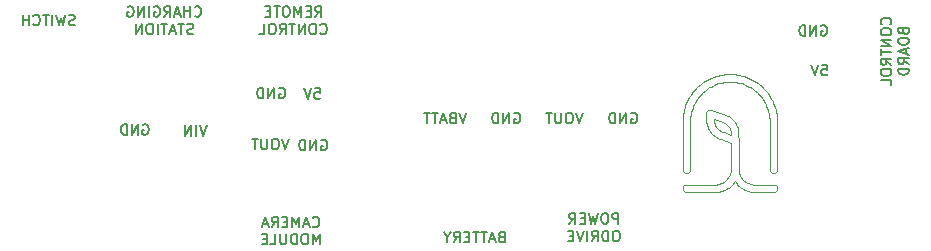
<source format=gbr>
%TF.GenerationSoftware,KiCad,Pcbnew,(5.1.10-1-10_14)*%
%TF.CreationDate,2021-07-05T16:18:31+02:00*%
%TF.ProjectId,cablebot_power,6361626c-6562-46f7-945f-706f7765722e,rev?*%
%TF.SameCoordinates,Original*%
%TF.FileFunction,Legend,Bot*%
%TF.FilePolarity,Positive*%
%FSLAX46Y46*%
G04 Gerber Fmt 4.6, Leading zero omitted, Abs format (unit mm)*
G04 Created by KiCad (PCBNEW (5.1.10-1-10_14)) date 2021-07-05 16:18:31*
%MOMM*%
%LPD*%
G01*
G04 APERTURE LIST*
%ADD10C,0.127000*%
%ADD11C,0.100000*%
G04 APERTURE END LIST*
D10*
X146452333Y-104180500D02*
X146537000Y-104138166D01*
X146664000Y-104138166D01*
X146791000Y-104180500D01*
X146875666Y-104265166D01*
X146918000Y-104349833D01*
X146960333Y-104519166D01*
X146960333Y-104646166D01*
X146918000Y-104815500D01*
X146875666Y-104900166D01*
X146791000Y-104984833D01*
X146664000Y-105027166D01*
X146579333Y-105027166D01*
X146452333Y-104984833D01*
X146410000Y-104942500D01*
X146410000Y-104646166D01*
X146579333Y-104646166D01*
X146029000Y-105027166D02*
X146029000Y-104138166D01*
X145521000Y-105027166D01*
X145521000Y-104138166D01*
X145097666Y-105027166D02*
X145097666Y-104138166D01*
X144886000Y-104138166D01*
X144759000Y-104180500D01*
X144674333Y-104265166D01*
X144632000Y-104349833D01*
X144589666Y-104519166D01*
X144589666Y-104646166D01*
X144632000Y-104815500D01*
X144674333Y-104900166D01*
X144759000Y-104984833D01*
X144886000Y-105027166D01*
X145097666Y-105027166D01*
X143691333Y-104088166D02*
X143395000Y-104977166D01*
X143098666Y-104088166D01*
X142633000Y-104088166D02*
X142463666Y-104088166D01*
X142379000Y-104130500D01*
X142294333Y-104215166D01*
X142252000Y-104384500D01*
X142252000Y-104680833D01*
X142294333Y-104850166D01*
X142379000Y-104934833D01*
X142463666Y-104977166D01*
X142633000Y-104977166D01*
X142717666Y-104934833D01*
X142802333Y-104850166D01*
X142844666Y-104680833D01*
X142844666Y-104384500D01*
X142802333Y-104215166D01*
X142717666Y-104130500D01*
X142633000Y-104088166D01*
X141871000Y-104088166D02*
X141871000Y-104807833D01*
X141828666Y-104892500D01*
X141786333Y-104934833D01*
X141701666Y-104977166D01*
X141532333Y-104977166D01*
X141447666Y-104934833D01*
X141405333Y-104892500D01*
X141363000Y-104807833D01*
X141363000Y-104088166D01*
X141066666Y-104088166D02*
X140558666Y-104088166D01*
X140812666Y-104977166D02*
X140812666Y-104088166D01*
X145716500Y-111462250D02*
X145758833Y-111504583D01*
X145885833Y-111546916D01*
X145970500Y-111546916D01*
X146097500Y-111504583D01*
X146182166Y-111419916D01*
X146224500Y-111335250D01*
X146266833Y-111165916D01*
X146266833Y-111038916D01*
X146224500Y-110869583D01*
X146182166Y-110784916D01*
X146097500Y-110700250D01*
X145970500Y-110657916D01*
X145885833Y-110657916D01*
X145758833Y-110700250D01*
X145716500Y-110742583D01*
X145377833Y-111292916D02*
X144954500Y-111292916D01*
X145462500Y-111546916D02*
X145166166Y-110657916D01*
X144869833Y-111546916D01*
X144573500Y-111546916D02*
X144573500Y-110657916D01*
X144277166Y-111292916D01*
X143980833Y-110657916D01*
X143980833Y-111546916D01*
X143557500Y-111081250D02*
X143261166Y-111081250D01*
X143134166Y-111546916D02*
X143557500Y-111546916D01*
X143557500Y-110657916D01*
X143134166Y-110657916D01*
X142245166Y-111546916D02*
X142541500Y-111123583D01*
X142753166Y-111546916D02*
X142753166Y-110657916D01*
X142414500Y-110657916D01*
X142329833Y-110700250D01*
X142287500Y-110742583D01*
X142245166Y-110827250D01*
X142245166Y-110954250D01*
X142287500Y-111038916D01*
X142329833Y-111081250D01*
X142414500Y-111123583D01*
X142753166Y-111123583D01*
X141906500Y-111292916D02*
X141483166Y-111292916D01*
X141991166Y-111546916D02*
X141694833Y-110657916D01*
X141398500Y-111546916D01*
X146309166Y-113007416D02*
X146309166Y-112118416D01*
X146012833Y-112753416D01*
X145716500Y-112118416D01*
X145716500Y-113007416D01*
X145123833Y-112118416D02*
X144954500Y-112118416D01*
X144869833Y-112160750D01*
X144785166Y-112245416D01*
X144742833Y-112414750D01*
X144742833Y-112711083D01*
X144785166Y-112880416D01*
X144869833Y-112965083D01*
X144954500Y-113007416D01*
X145123833Y-113007416D01*
X145208500Y-112965083D01*
X145293166Y-112880416D01*
X145335500Y-112711083D01*
X145335500Y-112414750D01*
X145293166Y-112245416D01*
X145208500Y-112160750D01*
X145123833Y-112118416D01*
X144361833Y-113007416D02*
X144361833Y-112118416D01*
X144150166Y-112118416D01*
X144023166Y-112160750D01*
X143938500Y-112245416D01*
X143896166Y-112330083D01*
X143853833Y-112499416D01*
X143853833Y-112626416D01*
X143896166Y-112795750D01*
X143938500Y-112880416D01*
X144023166Y-112965083D01*
X144150166Y-113007416D01*
X144361833Y-113007416D01*
X143472833Y-112118416D02*
X143472833Y-112838083D01*
X143430500Y-112922750D01*
X143388166Y-112965083D01*
X143303500Y-113007416D01*
X143134166Y-113007416D01*
X143049500Y-112965083D01*
X143007166Y-112922750D01*
X142964833Y-112838083D01*
X142964833Y-112118416D01*
X142118166Y-113007416D02*
X142541500Y-113007416D01*
X142541500Y-112118416D01*
X141821833Y-112541750D02*
X141525500Y-112541750D01*
X141398500Y-113007416D02*
X141821833Y-113007416D01*
X141821833Y-112118416D01*
X141398500Y-112118416D01*
X125597500Y-94434833D02*
X125470500Y-94477166D01*
X125258833Y-94477166D01*
X125174166Y-94434833D01*
X125131833Y-94392500D01*
X125089500Y-94307833D01*
X125089500Y-94223166D01*
X125131833Y-94138500D01*
X125174166Y-94096166D01*
X125258833Y-94053833D01*
X125428166Y-94011500D01*
X125512833Y-93969166D01*
X125555166Y-93926833D01*
X125597500Y-93842166D01*
X125597500Y-93757500D01*
X125555166Y-93672833D01*
X125512833Y-93630500D01*
X125428166Y-93588166D01*
X125216500Y-93588166D01*
X125089500Y-93630500D01*
X124793166Y-93588166D02*
X124581500Y-94477166D01*
X124412166Y-93842166D01*
X124242833Y-94477166D01*
X124031166Y-93588166D01*
X123692500Y-94477166D02*
X123692500Y-93588166D01*
X123396166Y-93588166D02*
X122888166Y-93588166D01*
X123142166Y-94477166D02*
X123142166Y-93588166D01*
X122083833Y-94392500D02*
X122126166Y-94434833D01*
X122253166Y-94477166D01*
X122337833Y-94477166D01*
X122464833Y-94434833D01*
X122549500Y-94350166D01*
X122591833Y-94265500D01*
X122634166Y-94096166D01*
X122634166Y-93969166D01*
X122591833Y-93799833D01*
X122549500Y-93715166D01*
X122464833Y-93630500D01*
X122337833Y-93588166D01*
X122253166Y-93588166D01*
X122126166Y-93630500D01*
X122083833Y-93672833D01*
X121702833Y-94477166D02*
X121702833Y-93588166D01*
X121702833Y-94011500D02*
X121194833Y-94011500D01*
X121194833Y-94477166D02*
X121194833Y-93588166D01*
X194637250Y-94385166D02*
X194679583Y-94342833D01*
X194721916Y-94215833D01*
X194721916Y-94131166D01*
X194679583Y-94004166D01*
X194594916Y-93919500D01*
X194510250Y-93877166D01*
X194340916Y-93834833D01*
X194213916Y-93834833D01*
X194044583Y-93877166D01*
X193959916Y-93919500D01*
X193875250Y-94004166D01*
X193832916Y-94131166D01*
X193832916Y-94215833D01*
X193875250Y-94342833D01*
X193917583Y-94385166D01*
X193832916Y-94935500D02*
X193832916Y-95104833D01*
X193875250Y-95189500D01*
X193959916Y-95274166D01*
X194129250Y-95316500D01*
X194425583Y-95316500D01*
X194594916Y-95274166D01*
X194679583Y-95189500D01*
X194721916Y-95104833D01*
X194721916Y-94935500D01*
X194679583Y-94850833D01*
X194594916Y-94766166D01*
X194425583Y-94723833D01*
X194129250Y-94723833D01*
X193959916Y-94766166D01*
X193875250Y-94850833D01*
X193832916Y-94935500D01*
X194721916Y-95697500D02*
X193832916Y-95697500D01*
X194721916Y-96205500D01*
X193832916Y-96205500D01*
X193832916Y-96501833D02*
X193832916Y-97009833D01*
X194721916Y-96755833D02*
X193832916Y-96755833D01*
X194721916Y-97814166D02*
X194298583Y-97517833D01*
X194721916Y-97306166D02*
X193832916Y-97306166D01*
X193832916Y-97644833D01*
X193875250Y-97729500D01*
X193917583Y-97771833D01*
X194002250Y-97814166D01*
X194129250Y-97814166D01*
X194213916Y-97771833D01*
X194256250Y-97729500D01*
X194298583Y-97644833D01*
X194298583Y-97306166D01*
X193832916Y-98364500D02*
X193832916Y-98533833D01*
X193875250Y-98618500D01*
X193959916Y-98703166D01*
X194129250Y-98745500D01*
X194425583Y-98745500D01*
X194594916Y-98703166D01*
X194679583Y-98618500D01*
X194721916Y-98533833D01*
X194721916Y-98364500D01*
X194679583Y-98279833D01*
X194594916Y-98195166D01*
X194425583Y-98152833D01*
X194129250Y-98152833D01*
X193959916Y-98195166D01*
X193875250Y-98279833D01*
X193832916Y-98364500D01*
X194721916Y-99549833D02*
X194721916Y-99126500D01*
X193832916Y-99126500D01*
X195716750Y-94977833D02*
X195759083Y-95104833D01*
X195801416Y-95147166D01*
X195886083Y-95189500D01*
X196013083Y-95189500D01*
X196097750Y-95147166D01*
X196140083Y-95104833D01*
X196182416Y-95020166D01*
X196182416Y-94681500D01*
X195293416Y-94681500D01*
X195293416Y-94977833D01*
X195335750Y-95062500D01*
X195378083Y-95104833D01*
X195462750Y-95147166D01*
X195547416Y-95147166D01*
X195632083Y-95104833D01*
X195674416Y-95062500D01*
X195716750Y-94977833D01*
X195716750Y-94681500D01*
X195293416Y-95739833D02*
X195293416Y-95909166D01*
X195335750Y-95993833D01*
X195420416Y-96078500D01*
X195589750Y-96120833D01*
X195886083Y-96120833D01*
X196055416Y-96078500D01*
X196140083Y-95993833D01*
X196182416Y-95909166D01*
X196182416Y-95739833D01*
X196140083Y-95655166D01*
X196055416Y-95570500D01*
X195886083Y-95528166D01*
X195589750Y-95528166D01*
X195420416Y-95570500D01*
X195335750Y-95655166D01*
X195293416Y-95739833D01*
X195928416Y-96459500D02*
X195928416Y-96882833D01*
X196182416Y-96374833D02*
X195293416Y-96671166D01*
X196182416Y-96967500D01*
X196182416Y-97771833D02*
X195759083Y-97475500D01*
X196182416Y-97263833D02*
X195293416Y-97263833D01*
X195293416Y-97602500D01*
X195335750Y-97687166D01*
X195378083Y-97729500D01*
X195462750Y-97771833D01*
X195589750Y-97771833D01*
X195674416Y-97729500D01*
X195716750Y-97687166D01*
X195759083Y-97602500D01*
X195759083Y-97263833D01*
X196182416Y-98152833D02*
X195293416Y-98152833D01*
X195293416Y-98364500D01*
X195335750Y-98491500D01*
X195420416Y-98576166D01*
X195505083Y-98618500D01*
X195674416Y-98660833D01*
X195801416Y-98660833D01*
X195970750Y-98618500D01*
X196055416Y-98576166D01*
X196140083Y-98491500D01*
X196182416Y-98364500D01*
X196182416Y-98152833D01*
X135732333Y-93662250D02*
X135774666Y-93704583D01*
X135901666Y-93746916D01*
X135986333Y-93746916D01*
X136113333Y-93704583D01*
X136198000Y-93619916D01*
X136240333Y-93535250D01*
X136282666Y-93365916D01*
X136282666Y-93238916D01*
X136240333Y-93069583D01*
X136198000Y-92984916D01*
X136113333Y-92900250D01*
X135986333Y-92857916D01*
X135901666Y-92857916D01*
X135774666Y-92900250D01*
X135732333Y-92942583D01*
X135351333Y-93746916D02*
X135351333Y-92857916D01*
X135351333Y-93281250D02*
X134843333Y-93281250D01*
X134843333Y-93746916D02*
X134843333Y-92857916D01*
X134462333Y-93492916D02*
X134039000Y-93492916D01*
X134547000Y-93746916D02*
X134250666Y-92857916D01*
X133954333Y-93746916D01*
X133150000Y-93746916D02*
X133446333Y-93323583D01*
X133658000Y-93746916D02*
X133658000Y-92857916D01*
X133319333Y-92857916D01*
X133234666Y-92900250D01*
X133192333Y-92942583D01*
X133150000Y-93027250D01*
X133150000Y-93154250D01*
X133192333Y-93238916D01*
X133234666Y-93281250D01*
X133319333Y-93323583D01*
X133658000Y-93323583D01*
X132303333Y-92900250D02*
X132388000Y-92857916D01*
X132515000Y-92857916D01*
X132642000Y-92900250D01*
X132726666Y-92984916D01*
X132769000Y-93069583D01*
X132811333Y-93238916D01*
X132811333Y-93365916D01*
X132769000Y-93535250D01*
X132726666Y-93619916D01*
X132642000Y-93704583D01*
X132515000Y-93746916D01*
X132430333Y-93746916D01*
X132303333Y-93704583D01*
X132261000Y-93662250D01*
X132261000Y-93365916D01*
X132430333Y-93365916D01*
X131880000Y-93746916D02*
X131880000Y-92857916D01*
X131456666Y-93746916D02*
X131456666Y-92857916D01*
X130948666Y-93746916D01*
X130948666Y-92857916D01*
X130059666Y-92900250D02*
X130144333Y-92857916D01*
X130271333Y-92857916D01*
X130398333Y-92900250D01*
X130483000Y-92984916D01*
X130525333Y-93069583D01*
X130567666Y-93238916D01*
X130567666Y-93365916D01*
X130525333Y-93535250D01*
X130483000Y-93619916D01*
X130398333Y-93704583D01*
X130271333Y-93746916D01*
X130186666Y-93746916D01*
X130059666Y-93704583D01*
X130017333Y-93662250D01*
X130017333Y-93365916D01*
X130186666Y-93365916D01*
X135605333Y-95165083D02*
X135478333Y-95207416D01*
X135266666Y-95207416D01*
X135182000Y-95165083D01*
X135139666Y-95122750D01*
X135097333Y-95038083D01*
X135097333Y-94953416D01*
X135139666Y-94868750D01*
X135182000Y-94826416D01*
X135266666Y-94784083D01*
X135436000Y-94741750D01*
X135520666Y-94699416D01*
X135563000Y-94657083D01*
X135605333Y-94572416D01*
X135605333Y-94487750D01*
X135563000Y-94403083D01*
X135520666Y-94360750D01*
X135436000Y-94318416D01*
X135224333Y-94318416D01*
X135097333Y-94360750D01*
X134843333Y-94318416D02*
X134335333Y-94318416D01*
X134589333Y-95207416D02*
X134589333Y-94318416D01*
X134081333Y-94953416D02*
X133658000Y-94953416D01*
X134166000Y-95207416D02*
X133869666Y-94318416D01*
X133573333Y-95207416D01*
X133404000Y-94318416D02*
X132896000Y-94318416D01*
X133150000Y-95207416D02*
X133150000Y-94318416D01*
X132599666Y-95207416D02*
X132599666Y-94318416D01*
X132007000Y-94318416D02*
X131837666Y-94318416D01*
X131753000Y-94360750D01*
X131668333Y-94445416D01*
X131626000Y-94614750D01*
X131626000Y-94911083D01*
X131668333Y-95080416D01*
X131753000Y-95165083D01*
X131837666Y-95207416D01*
X132007000Y-95207416D01*
X132091666Y-95165083D01*
X132176333Y-95080416D01*
X132218666Y-94911083D01*
X132218666Y-94614750D01*
X132176333Y-94445416D01*
X132091666Y-94360750D01*
X132007000Y-94318416D01*
X131245000Y-95207416D02*
X131245000Y-94318416D01*
X130737000Y-95207416D01*
X130737000Y-94318416D01*
X171600785Y-111271916D02*
X171600785Y-110382916D01*
X171262119Y-110382916D01*
X171177452Y-110425250D01*
X171135119Y-110467583D01*
X171092785Y-110552250D01*
X171092785Y-110679250D01*
X171135119Y-110763916D01*
X171177452Y-110806250D01*
X171262119Y-110848583D01*
X171600785Y-110848583D01*
X170542452Y-110382916D02*
X170373119Y-110382916D01*
X170288452Y-110425250D01*
X170203785Y-110509916D01*
X170161452Y-110679250D01*
X170161452Y-110975583D01*
X170203785Y-111144916D01*
X170288452Y-111229583D01*
X170373119Y-111271916D01*
X170542452Y-111271916D01*
X170627119Y-111229583D01*
X170711785Y-111144916D01*
X170754119Y-110975583D01*
X170754119Y-110679250D01*
X170711785Y-110509916D01*
X170627119Y-110425250D01*
X170542452Y-110382916D01*
X169865119Y-110382916D02*
X169653452Y-111271916D01*
X169484119Y-110636916D01*
X169314785Y-111271916D01*
X169103119Y-110382916D01*
X168764452Y-110806250D02*
X168468119Y-110806250D01*
X168341119Y-111271916D02*
X168764452Y-111271916D01*
X168764452Y-110382916D01*
X168341119Y-110382916D01*
X167452119Y-111271916D02*
X167748452Y-110848583D01*
X167960119Y-111271916D02*
X167960119Y-110382916D01*
X167621452Y-110382916D01*
X167536785Y-110425250D01*
X167494452Y-110467583D01*
X167452119Y-110552250D01*
X167452119Y-110679250D01*
X167494452Y-110763916D01*
X167536785Y-110806250D01*
X167621452Y-110848583D01*
X167960119Y-110848583D01*
X171516119Y-111843416D02*
X171346785Y-111843416D01*
X171262119Y-111885750D01*
X171177452Y-111970416D01*
X171135119Y-112139750D01*
X171135119Y-112436083D01*
X171177452Y-112605416D01*
X171262119Y-112690083D01*
X171346785Y-112732416D01*
X171516119Y-112732416D01*
X171600785Y-112690083D01*
X171685452Y-112605416D01*
X171727785Y-112436083D01*
X171727785Y-112139750D01*
X171685452Y-111970416D01*
X171600785Y-111885750D01*
X171516119Y-111843416D01*
X170754119Y-112732416D02*
X170754119Y-111843416D01*
X170542452Y-111843416D01*
X170415452Y-111885750D01*
X170330785Y-111970416D01*
X170288452Y-112055083D01*
X170246119Y-112224416D01*
X170246119Y-112351416D01*
X170288452Y-112520750D01*
X170330785Y-112605416D01*
X170415452Y-112690083D01*
X170542452Y-112732416D01*
X170754119Y-112732416D01*
X169357119Y-112732416D02*
X169653452Y-112309083D01*
X169865119Y-112732416D02*
X169865119Y-111843416D01*
X169526452Y-111843416D01*
X169441785Y-111885750D01*
X169399452Y-111928083D01*
X169357119Y-112012750D01*
X169357119Y-112139750D01*
X169399452Y-112224416D01*
X169441785Y-112266750D01*
X169526452Y-112309083D01*
X169865119Y-112309083D01*
X168976119Y-112732416D02*
X168976119Y-111843416D01*
X168679785Y-111843416D02*
X168383452Y-112732416D01*
X168087119Y-111843416D01*
X167790785Y-112266750D02*
X167494452Y-112266750D01*
X167367452Y-112732416D02*
X167790785Y-112732416D01*
X167790785Y-111843416D01*
X167367452Y-111843416D01*
X161697500Y-112386500D02*
X161570500Y-112428833D01*
X161528166Y-112471166D01*
X161485833Y-112555833D01*
X161485833Y-112682833D01*
X161528166Y-112767500D01*
X161570500Y-112809833D01*
X161655166Y-112852166D01*
X161993833Y-112852166D01*
X161993833Y-111963166D01*
X161697500Y-111963166D01*
X161612833Y-112005500D01*
X161570500Y-112047833D01*
X161528166Y-112132500D01*
X161528166Y-112217166D01*
X161570500Y-112301833D01*
X161612833Y-112344166D01*
X161697500Y-112386500D01*
X161993833Y-112386500D01*
X161147166Y-112598166D02*
X160723833Y-112598166D01*
X161231833Y-112852166D02*
X160935500Y-111963166D01*
X160639166Y-112852166D01*
X160469833Y-111963166D02*
X159961833Y-111963166D01*
X160215833Y-112852166D02*
X160215833Y-111963166D01*
X159792500Y-111963166D02*
X159284500Y-111963166D01*
X159538500Y-112852166D02*
X159538500Y-111963166D01*
X158988166Y-112386500D02*
X158691833Y-112386500D01*
X158564833Y-112852166D02*
X158988166Y-112852166D01*
X158988166Y-111963166D01*
X158564833Y-111963166D01*
X157675833Y-112852166D02*
X157972166Y-112428833D01*
X158183833Y-112852166D02*
X158183833Y-111963166D01*
X157845166Y-111963166D01*
X157760500Y-112005500D01*
X157718166Y-112047833D01*
X157675833Y-112132500D01*
X157675833Y-112259500D01*
X157718166Y-112344166D01*
X157760500Y-112386500D01*
X157845166Y-112428833D01*
X158183833Y-112428833D01*
X157125500Y-112428833D02*
X157125500Y-112852166D01*
X157421833Y-111963166D02*
X157125500Y-112428833D01*
X156829166Y-111963166D01*
X188777000Y-94505500D02*
X188861667Y-94463166D01*
X188988667Y-94463166D01*
X189115667Y-94505500D01*
X189200333Y-94590166D01*
X189242667Y-94674833D01*
X189285000Y-94844166D01*
X189285000Y-94971166D01*
X189242667Y-95140500D01*
X189200333Y-95225166D01*
X189115667Y-95309833D01*
X188988667Y-95352166D01*
X188904000Y-95352166D01*
X188777000Y-95309833D01*
X188734667Y-95267500D01*
X188734667Y-94971166D01*
X188904000Y-94971166D01*
X188353667Y-95352166D02*
X188353667Y-94463166D01*
X187845667Y-95352166D01*
X187845667Y-94463166D01*
X187422333Y-95352166D02*
X187422333Y-94463166D01*
X187210667Y-94463166D01*
X187083667Y-94505500D01*
X186999000Y-94590166D01*
X186956667Y-94674833D01*
X186914333Y-94844166D01*
X186914333Y-94971166D01*
X186956667Y-95140500D01*
X186999000Y-95225166D01*
X187083667Y-95309833D01*
X187210667Y-95352166D01*
X187422333Y-95352166D01*
X188819333Y-97813166D02*
X189242666Y-97813166D01*
X189285000Y-98236500D01*
X189242666Y-98194166D01*
X189158000Y-98151833D01*
X188946333Y-98151833D01*
X188861666Y-98194166D01*
X188819333Y-98236500D01*
X188777000Y-98321166D01*
X188777000Y-98532833D01*
X188819333Y-98617500D01*
X188861666Y-98659833D01*
X188946333Y-98702166D01*
X189158000Y-98702166D01*
X189242666Y-98659833D01*
X189285000Y-98617500D01*
X188523000Y-97813166D02*
X188226666Y-98702166D01*
X187930333Y-97813166D01*
X168586333Y-101888166D02*
X168290000Y-102777166D01*
X167993666Y-101888166D01*
X167528000Y-101888166D02*
X167358666Y-101888166D01*
X167274000Y-101930500D01*
X167189333Y-102015166D01*
X167147000Y-102184500D01*
X167147000Y-102480833D01*
X167189333Y-102650166D01*
X167274000Y-102734833D01*
X167358666Y-102777166D01*
X167528000Y-102777166D01*
X167612666Y-102734833D01*
X167697333Y-102650166D01*
X167739666Y-102480833D01*
X167739666Y-102184500D01*
X167697333Y-102015166D01*
X167612666Y-101930500D01*
X167528000Y-101888166D01*
X166766000Y-101888166D02*
X166766000Y-102607833D01*
X166723666Y-102692500D01*
X166681333Y-102734833D01*
X166596666Y-102777166D01*
X166427333Y-102777166D01*
X166342666Y-102734833D01*
X166300333Y-102692500D01*
X166258000Y-102607833D01*
X166258000Y-101888166D01*
X165961666Y-101888166D02*
X165453666Y-101888166D01*
X165707666Y-102777166D02*
X165707666Y-101888166D01*
X172697333Y-101930500D02*
X172782000Y-101888166D01*
X172909000Y-101888166D01*
X173036000Y-101930500D01*
X173120666Y-102015166D01*
X173163000Y-102099833D01*
X173205333Y-102269166D01*
X173205333Y-102396166D01*
X173163000Y-102565500D01*
X173120666Y-102650166D01*
X173036000Y-102734833D01*
X172909000Y-102777166D01*
X172824333Y-102777166D01*
X172697333Y-102734833D01*
X172655000Y-102692500D01*
X172655000Y-102396166D01*
X172824333Y-102396166D01*
X172274000Y-102777166D02*
X172274000Y-101888166D01*
X171766000Y-102777166D01*
X171766000Y-101888166D01*
X171342666Y-102777166D02*
X171342666Y-101888166D01*
X171131000Y-101888166D01*
X171004000Y-101930500D01*
X170919333Y-102015166D01*
X170877000Y-102099833D01*
X170834666Y-102269166D01*
X170834666Y-102396166D01*
X170877000Y-102565500D01*
X170919333Y-102650166D01*
X171004000Y-102734833D01*
X171131000Y-102777166D01*
X171342666Y-102777166D01*
X162777333Y-101930500D02*
X162862000Y-101888166D01*
X162989000Y-101888166D01*
X163116000Y-101930500D01*
X163200666Y-102015166D01*
X163243000Y-102099833D01*
X163285333Y-102269166D01*
X163285333Y-102396166D01*
X163243000Y-102565500D01*
X163200666Y-102650166D01*
X163116000Y-102734833D01*
X162989000Y-102777166D01*
X162904333Y-102777166D01*
X162777333Y-102734833D01*
X162735000Y-102692500D01*
X162735000Y-102396166D01*
X162904333Y-102396166D01*
X162354000Y-102777166D02*
X162354000Y-101888166D01*
X161846000Y-102777166D01*
X161846000Y-101888166D01*
X161422666Y-102777166D02*
X161422666Y-101888166D01*
X161211000Y-101888166D01*
X161084000Y-101930500D01*
X160999333Y-102015166D01*
X160957000Y-102099833D01*
X160914666Y-102269166D01*
X160914666Y-102396166D01*
X160957000Y-102565500D01*
X160999333Y-102650166D01*
X161084000Y-102734833D01*
X161211000Y-102777166D01*
X161422666Y-102777166D01*
X158744166Y-101888166D02*
X158447833Y-102777166D01*
X158151500Y-101888166D01*
X157558833Y-102311500D02*
X157431833Y-102353833D01*
X157389500Y-102396166D01*
X157347166Y-102480833D01*
X157347166Y-102607833D01*
X157389500Y-102692500D01*
X157431833Y-102734833D01*
X157516500Y-102777166D01*
X157855166Y-102777166D01*
X157855166Y-101888166D01*
X157558833Y-101888166D01*
X157474166Y-101930500D01*
X157431833Y-101972833D01*
X157389500Y-102057500D01*
X157389500Y-102142166D01*
X157431833Y-102226833D01*
X157474166Y-102269166D01*
X157558833Y-102311500D01*
X157855166Y-102311500D01*
X157008500Y-102523166D02*
X156585166Y-102523166D01*
X157093166Y-102777166D02*
X156796833Y-101888166D01*
X156500500Y-102777166D01*
X156331166Y-101888166D02*
X155823166Y-101888166D01*
X156077166Y-102777166D02*
X156077166Y-101888166D01*
X155653833Y-101888166D02*
X155145833Y-101888166D01*
X155399833Y-102777166D02*
X155399833Y-101888166D01*
X131352333Y-102880500D02*
X131437000Y-102838166D01*
X131564000Y-102838166D01*
X131691000Y-102880500D01*
X131775666Y-102965166D01*
X131818000Y-103049833D01*
X131860333Y-103219166D01*
X131860333Y-103346166D01*
X131818000Y-103515500D01*
X131775666Y-103600166D01*
X131691000Y-103684833D01*
X131564000Y-103727166D01*
X131479333Y-103727166D01*
X131352333Y-103684833D01*
X131310000Y-103642500D01*
X131310000Y-103346166D01*
X131479333Y-103346166D01*
X130929000Y-103727166D02*
X130929000Y-102838166D01*
X130421000Y-103727166D01*
X130421000Y-102838166D01*
X129997666Y-103727166D02*
X129997666Y-102838166D01*
X129786000Y-102838166D01*
X129659000Y-102880500D01*
X129574333Y-102965166D01*
X129532000Y-103049833D01*
X129489666Y-103219166D01*
X129489666Y-103346166D01*
X129532000Y-103515500D01*
X129574333Y-103600166D01*
X129659000Y-103684833D01*
X129786000Y-103727166D01*
X129997666Y-103727166D01*
X136773666Y-102913166D02*
X136477333Y-103802166D01*
X136181000Y-102913166D01*
X135884666Y-103802166D02*
X135884666Y-102913166D01*
X135461333Y-103802166D02*
X135461333Y-102913166D01*
X134953333Y-103802166D01*
X134953333Y-102913166D01*
X142902333Y-99805500D02*
X142987000Y-99763166D01*
X143114000Y-99763166D01*
X143241000Y-99805500D01*
X143325666Y-99890166D01*
X143368000Y-99974833D01*
X143410333Y-100144166D01*
X143410333Y-100271166D01*
X143368000Y-100440500D01*
X143325666Y-100525166D01*
X143241000Y-100609833D01*
X143114000Y-100652166D01*
X143029333Y-100652166D01*
X142902333Y-100609833D01*
X142860000Y-100567500D01*
X142860000Y-100271166D01*
X143029333Y-100271166D01*
X142479000Y-100652166D02*
X142479000Y-99763166D01*
X141971000Y-100652166D01*
X141971000Y-99763166D01*
X141547666Y-100652166D02*
X141547666Y-99763166D01*
X141336000Y-99763166D01*
X141209000Y-99805500D01*
X141124333Y-99890166D01*
X141082000Y-99974833D01*
X141039666Y-100144166D01*
X141039666Y-100271166D01*
X141082000Y-100440500D01*
X141124333Y-100525166D01*
X141209000Y-100609833D01*
X141336000Y-100652166D01*
X141547666Y-100652166D01*
X145919333Y-99788166D02*
X146342666Y-99788166D01*
X146385000Y-100211500D01*
X146342666Y-100169166D01*
X146258000Y-100126833D01*
X146046333Y-100126833D01*
X145961666Y-100169166D01*
X145919333Y-100211500D01*
X145877000Y-100296166D01*
X145877000Y-100507833D01*
X145919333Y-100592500D01*
X145961666Y-100634833D01*
X146046333Y-100677166D01*
X146258000Y-100677166D01*
X146342666Y-100634833D01*
X146385000Y-100592500D01*
X145623000Y-99788166D02*
X145326666Y-100677166D01*
X145030333Y-99788166D01*
X145941500Y-93746916D02*
X146237833Y-93323583D01*
X146449500Y-93746916D02*
X146449500Y-92857916D01*
X146110833Y-92857916D01*
X146026166Y-92900250D01*
X145983833Y-92942583D01*
X145941500Y-93027250D01*
X145941500Y-93154250D01*
X145983833Y-93238916D01*
X146026166Y-93281250D01*
X146110833Y-93323583D01*
X146449500Y-93323583D01*
X145560500Y-93281250D02*
X145264166Y-93281250D01*
X145137166Y-93746916D02*
X145560500Y-93746916D01*
X145560500Y-92857916D01*
X145137166Y-92857916D01*
X144756166Y-93746916D02*
X144756166Y-92857916D01*
X144459833Y-93492916D01*
X144163500Y-92857916D01*
X144163500Y-93746916D01*
X143570833Y-92857916D02*
X143401500Y-92857916D01*
X143316833Y-92900250D01*
X143232166Y-92984916D01*
X143189833Y-93154250D01*
X143189833Y-93450583D01*
X143232166Y-93619916D01*
X143316833Y-93704583D01*
X143401500Y-93746916D01*
X143570833Y-93746916D01*
X143655500Y-93704583D01*
X143740166Y-93619916D01*
X143782500Y-93450583D01*
X143782500Y-93154250D01*
X143740166Y-92984916D01*
X143655500Y-92900250D01*
X143570833Y-92857916D01*
X142935833Y-92857916D02*
X142427833Y-92857916D01*
X142681833Y-93746916D02*
X142681833Y-92857916D01*
X142131500Y-93281250D02*
X141835166Y-93281250D01*
X141708166Y-93746916D02*
X142131500Y-93746916D01*
X142131500Y-92857916D01*
X141708166Y-92857916D01*
X146364833Y-95122750D02*
X146407166Y-95165083D01*
X146534166Y-95207416D01*
X146618833Y-95207416D01*
X146745833Y-95165083D01*
X146830500Y-95080416D01*
X146872833Y-94995750D01*
X146915166Y-94826416D01*
X146915166Y-94699416D01*
X146872833Y-94530083D01*
X146830500Y-94445416D01*
X146745833Y-94360750D01*
X146618833Y-94318416D01*
X146534166Y-94318416D01*
X146407166Y-94360750D01*
X146364833Y-94403083D01*
X145814500Y-94318416D02*
X145645166Y-94318416D01*
X145560500Y-94360750D01*
X145475833Y-94445416D01*
X145433500Y-94614750D01*
X145433500Y-94911083D01*
X145475833Y-95080416D01*
X145560500Y-95165083D01*
X145645166Y-95207416D01*
X145814500Y-95207416D01*
X145899166Y-95165083D01*
X145983833Y-95080416D01*
X146026166Y-94911083D01*
X146026166Y-94614750D01*
X145983833Y-94445416D01*
X145899166Y-94360750D01*
X145814500Y-94318416D01*
X145052500Y-95207416D02*
X145052500Y-94318416D01*
X144544500Y-95207416D01*
X144544500Y-94318416D01*
X144248166Y-94318416D02*
X143740166Y-94318416D01*
X143994166Y-95207416D02*
X143994166Y-94318416D01*
X142935833Y-95207416D02*
X143232166Y-94784083D01*
X143443833Y-95207416D02*
X143443833Y-94318416D01*
X143105166Y-94318416D01*
X143020500Y-94360750D01*
X142978166Y-94403083D01*
X142935833Y-94487750D01*
X142935833Y-94614750D01*
X142978166Y-94699416D01*
X143020500Y-94741750D01*
X143105166Y-94784083D01*
X143443833Y-94784083D01*
X142385500Y-94318416D02*
X142216166Y-94318416D01*
X142131500Y-94360750D01*
X142046833Y-94445416D01*
X142004500Y-94614750D01*
X142004500Y-94911083D01*
X142046833Y-95080416D01*
X142131500Y-95165083D01*
X142216166Y-95207416D01*
X142385500Y-95207416D01*
X142470166Y-95165083D01*
X142554833Y-95080416D01*
X142597166Y-94911083D01*
X142597166Y-94614750D01*
X142554833Y-94445416D01*
X142470166Y-94360750D01*
X142385500Y-94318416D01*
X141200166Y-95207416D02*
X141623500Y-95207416D01*
X141623500Y-94318416D01*
D11*
%TO.C,U3*%
X177365822Y-107956389D02*
X179753697Y-107956389D01*
X179165819Y-101662457D02*
X179261264Y-101616316D01*
X179261264Y-101616316D02*
X179365705Y-101603879D01*
X179365705Y-101603879D02*
X179459758Y-101623063D01*
X181050666Y-98598825D02*
X181050666Y-98598825D01*
X177044611Y-102607911D02*
X177049833Y-102401783D01*
X177049833Y-102401783D02*
X177065331Y-102198341D01*
X177065331Y-102198341D02*
X177090850Y-101997837D01*
X177090850Y-101997837D02*
X177126139Y-101800525D01*
X177126139Y-101800525D02*
X177170941Y-101606658D01*
X177170941Y-101606658D02*
X177225006Y-101416488D01*
X177225006Y-101416488D02*
X177288078Y-101230269D01*
X177288078Y-101230269D02*
X177359903Y-101048253D01*
X177359903Y-101048253D02*
X177440230Y-100870694D01*
X177440230Y-100870694D02*
X177528803Y-100697845D01*
X177528803Y-100697845D02*
X177625370Y-100529959D01*
X177625370Y-100529959D02*
X177729677Y-100367288D01*
X177729677Y-100367288D02*
X177841470Y-100210086D01*
X177841470Y-100210086D02*
X177960495Y-100058606D01*
X177960495Y-100058606D02*
X178086500Y-99913100D01*
X178086500Y-99913100D02*
X178219230Y-99773823D01*
X178219230Y-99773823D02*
X178358432Y-99641026D01*
X178358432Y-99641026D02*
X178503852Y-99514963D01*
X178503852Y-99514963D02*
X178655237Y-99395887D01*
X178655237Y-99395887D02*
X178812334Y-99284051D01*
X178812334Y-99284051D02*
X178974888Y-99179707D01*
X178974888Y-99179707D02*
X179142646Y-99083110D01*
X179142646Y-99083110D02*
X179315354Y-98994512D01*
X179315354Y-98994512D02*
X179492760Y-98914165D01*
X179492760Y-98914165D02*
X179674609Y-98842323D01*
X179674609Y-98842323D02*
X179860648Y-98779240D01*
X179860648Y-98779240D02*
X180050623Y-98725167D01*
X180050623Y-98725167D02*
X180244280Y-98680358D01*
X180244280Y-98680358D02*
X180441367Y-98645067D01*
X180441367Y-98645067D02*
X180641629Y-98619545D01*
X180641629Y-98619545D02*
X180844813Y-98604047D01*
X180844813Y-98604047D02*
X181050666Y-98598825D01*
X177044611Y-106671542D02*
X177044611Y-102607911D01*
X177365822Y-106992754D02*
X177254822Y-106973078D01*
X177254822Y-106973078D02*
X177160925Y-106918874D01*
X177160925Y-106918874D02*
X177090790Y-106837372D01*
X177090790Y-106837372D02*
X177051079Y-106735805D01*
X177051079Y-106735805D02*
X177044611Y-106671542D01*
X177687033Y-106671542D02*
X177667357Y-106782541D01*
X177667357Y-106782541D02*
X177613153Y-106876438D01*
X177613153Y-106876438D02*
X177531651Y-106946573D01*
X177531651Y-106946573D02*
X177430085Y-106986285D01*
X177430085Y-106986285D02*
X177365822Y-106992754D01*
X177687033Y-102607911D02*
X177687033Y-106671542D01*
X181050666Y-99244278D02*
X180877850Y-99248663D01*
X180877850Y-99248663D02*
X180707271Y-99261678D01*
X180707271Y-99261678D02*
X180539142Y-99283109D01*
X180539142Y-99283109D02*
X180373677Y-99312743D01*
X180373677Y-99312743D02*
X180211089Y-99350368D01*
X180211089Y-99350368D02*
X180051590Y-99395769D01*
X180051590Y-99395769D02*
X179895393Y-99448734D01*
X179895393Y-99448734D02*
X179742712Y-99509050D01*
X179742712Y-99509050D02*
X179593760Y-99576504D01*
X179593760Y-99576504D02*
X179448749Y-99650882D01*
X179448749Y-99650882D02*
X179307894Y-99731972D01*
X179307894Y-99731972D02*
X179171406Y-99819561D01*
X179171406Y-99819561D02*
X179039499Y-99913435D01*
X179039499Y-99913435D02*
X178912386Y-100013382D01*
X178912386Y-100013382D02*
X178790281Y-100119188D01*
X178790281Y-100119188D02*
X178673395Y-100230640D01*
X178673395Y-100230640D02*
X178561943Y-100347526D01*
X178561943Y-100347526D02*
X178456137Y-100469632D01*
X178456137Y-100469632D02*
X178356190Y-100596744D01*
X178356190Y-100596744D02*
X178262316Y-100728651D01*
X178262316Y-100728651D02*
X178174727Y-100865139D01*
X178174727Y-100865139D02*
X178093637Y-101005995D01*
X178093637Y-101005995D02*
X178019259Y-101151005D01*
X178019259Y-101151005D02*
X177951805Y-101299958D01*
X177951805Y-101299958D02*
X177891489Y-101452638D01*
X177891489Y-101452638D02*
X177838524Y-101608835D01*
X177838524Y-101608835D02*
X177793123Y-101768334D01*
X177793123Y-101768334D02*
X177755498Y-101930923D01*
X177755498Y-101930923D02*
X177725864Y-102096388D01*
X177725864Y-102096388D02*
X177704433Y-102264516D01*
X177704433Y-102264516D02*
X177691418Y-102435095D01*
X177691418Y-102435095D02*
X177687033Y-102607911D01*
X184414298Y-102607911D02*
X184409912Y-102435095D01*
X184409912Y-102435095D02*
X184396897Y-102264516D01*
X184396897Y-102264516D02*
X184375466Y-102096388D01*
X184375466Y-102096388D02*
X184345832Y-101930923D01*
X184345832Y-101930923D02*
X184308207Y-101768334D01*
X184308207Y-101768334D02*
X184262806Y-101608835D01*
X184262806Y-101608835D02*
X184209841Y-101452638D01*
X184209841Y-101452638D02*
X184149525Y-101299958D01*
X184149525Y-101299958D02*
X184082071Y-101151005D01*
X184082071Y-101151005D02*
X184007693Y-101005995D01*
X184007693Y-101005995D02*
X183926603Y-100865139D01*
X183926603Y-100865139D02*
X183839014Y-100728651D01*
X183839014Y-100728651D02*
X183745140Y-100596744D01*
X183745140Y-100596744D02*
X183645193Y-100469632D01*
X183645193Y-100469632D02*
X183539387Y-100347526D01*
X183539387Y-100347526D02*
X183427935Y-100230640D01*
X183427935Y-100230640D02*
X183311050Y-100119188D01*
X183311050Y-100119188D02*
X183188944Y-100013382D01*
X183188944Y-100013382D02*
X183061831Y-99913435D01*
X183061831Y-99913435D02*
X182929924Y-99819561D01*
X182929924Y-99819561D02*
X182793437Y-99731972D01*
X182793437Y-99731972D02*
X182652581Y-99650882D01*
X182652581Y-99650882D02*
X182507571Y-99576504D01*
X182507571Y-99576504D02*
X182358618Y-99509050D01*
X182358618Y-99509050D02*
X182205937Y-99448734D01*
X182205937Y-99448734D02*
X182049741Y-99395769D01*
X182049741Y-99395769D02*
X181890242Y-99350368D01*
X181890242Y-99350368D02*
X181727653Y-99312743D01*
X181727653Y-99312743D02*
X181562188Y-99283109D01*
X181562188Y-99283109D02*
X181394060Y-99261678D01*
X181394060Y-99261678D02*
X181223481Y-99248663D01*
X181223481Y-99248663D02*
X181050666Y-99244278D01*
X184414298Y-106668512D02*
X184414298Y-102607911D01*
X184735510Y-106989724D02*
X184624510Y-106970048D01*
X184624510Y-106970048D02*
X184530613Y-106915843D01*
X184530613Y-106915843D02*
X184460478Y-106834342D01*
X184460478Y-106834342D02*
X184420766Y-106732775D01*
X184420766Y-106732775D02*
X184414298Y-106668512D01*
X185056721Y-106668512D02*
X185037045Y-106779511D01*
X185037045Y-106779511D02*
X184982841Y-106873408D01*
X184982841Y-106873408D02*
X184901339Y-106943543D01*
X184901339Y-106943543D02*
X184799773Y-106983255D01*
X184799773Y-106983255D02*
X184735510Y-106989724D01*
X185056721Y-102604880D02*
X185056721Y-106668512D01*
X181050666Y-98598825D02*
X181256518Y-98604047D01*
X181256518Y-98604047D02*
X181459702Y-98619545D01*
X181459702Y-98619545D02*
X181659964Y-98645064D01*
X181659964Y-98645064D02*
X181857051Y-98680353D01*
X181857051Y-98680353D02*
X182050708Y-98725156D01*
X182050708Y-98725156D02*
X182240683Y-98779220D01*
X182240683Y-98779220D02*
X182426722Y-98842292D01*
X182426722Y-98842292D02*
X182608571Y-98914118D01*
X182608571Y-98914118D02*
X182785976Y-98994444D01*
X182785976Y-98994444D02*
X182958685Y-99083018D01*
X182958685Y-99083018D02*
X183126443Y-99179584D01*
X183126443Y-99179584D02*
X183288997Y-99283891D01*
X183288997Y-99283891D02*
X183446093Y-99395684D01*
X183446093Y-99395684D02*
X183597479Y-99514709D01*
X183597479Y-99514709D02*
X183742899Y-99640714D01*
X183742899Y-99640714D02*
X183882101Y-99773444D01*
X183882101Y-99773444D02*
X184014831Y-99912646D01*
X184014831Y-99912646D02*
X184140836Y-100058066D01*
X184140836Y-100058066D02*
X184259861Y-100209452D01*
X184259861Y-100209452D02*
X184371654Y-100366548D01*
X184371654Y-100366548D02*
X184475961Y-100529102D01*
X184475961Y-100529102D02*
X184572527Y-100696860D01*
X184572527Y-100696860D02*
X184661101Y-100869569D01*
X184661101Y-100869569D02*
X184741427Y-101046974D01*
X184741427Y-101046974D02*
X184813253Y-101228823D01*
X184813253Y-101228823D02*
X184876325Y-101414862D01*
X184876325Y-101414862D02*
X184930389Y-101604837D01*
X184930389Y-101604837D02*
X184975192Y-101798494D01*
X184975192Y-101798494D02*
X185010481Y-101995581D01*
X185010481Y-101995581D02*
X185036000Y-102195843D01*
X185036000Y-102195843D02*
X185051498Y-102399027D01*
X185051498Y-102399027D02*
X185056721Y-102604880D01*
X181135514Y-103765485D02*
X181132484Y-103680637D01*
X180514303Y-103520031D02*
X181135514Y-103765485D01*
X180499151Y-103513970D02*
X180514303Y-103520031D01*
X179674910Y-102389729D02*
X179687271Y-102531902D01*
X179687271Y-102531902D02*
X179715312Y-102669627D01*
X179715312Y-102669627D02*
X179758255Y-102801808D01*
X179758255Y-102801808D02*
X179815321Y-102927352D01*
X179815321Y-102927352D02*
X179885730Y-103045166D01*
X179885730Y-103045166D02*
X179968703Y-103154156D01*
X179968703Y-103154156D02*
X180063462Y-103253229D01*
X180063462Y-103253229D02*
X180169226Y-103341290D01*
X180169226Y-103341290D02*
X180285219Y-103417246D01*
X180285219Y-103417246D02*
X180410659Y-103480004D01*
X180410659Y-103480004D02*
X180499151Y-103513970D01*
X180499151Y-102689729D02*
X179674910Y-102389729D01*
X181132484Y-103680637D02*
X181126024Y-103552379D01*
X181126024Y-103552379D02*
X181107015Y-103428970D01*
X181107015Y-103428970D02*
X181076011Y-103311264D01*
X181076011Y-103311264D02*
X181033567Y-103200115D01*
X181033567Y-103200115D02*
X180980235Y-103096377D01*
X180980235Y-103096377D02*
X180916572Y-103000903D01*
X180916572Y-103000903D02*
X180843131Y-102914548D01*
X180843131Y-102914548D02*
X180760467Y-102838166D01*
X180760467Y-102838166D02*
X180669133Y-102772610D01*
X180669133Y-102772610D02*
X180569684Y-102718735D01*
X180569684Y-102718735D02*
X180499151Y-102689729D01*
X177365822Y-107956389D02*
X177365822Y-107956389D01*
X177047640Y-108277601D02*
X177065390Y-108167815D01*
X177065390Y-108167815D02*
X177118050Y-108073962D01*
X177118050Y-108073962D02*
X177198768Y-108003274D01*
X177198768Y-108003274D02*
X177300694Y-107962982D01*
X177300694Y-107962982D02*
X177365822Y-107956389D01*
X177368852Y-108598813D02*
X177257853Y-108579137D01*
X177257853Y-108579137D02*
X177163955Y-108524932D01*
X177163955Y-108524932D02*
X177093820Y-108443431D01*
X177093820Y-108443431D02*
X177054109Y-108341864D01*
X177054109Y-108341864D02*
X177047640Y-108277601D01*
X179759758Y-108598813D02*
X177368852Y-108598813D01*
X179759758Y-108598813D02*
X179759758Y-108598813D01*
X181465817Y-107662450D02*
X181395088Y-107765350D01*
X181395088Y-107765350D02*
X181318308Y-107863639D01*
X181318308Y-107863639D02*
X181235750Y-107957036D01*
X181235750Y-107957036D02*
X181147682Y-108045261D01*
X181147682Y-108045261D02*
X181054377Y-108128036D01*
X181054377Y-108128036D02*
X180956105Y-108205080D01*
X180956105Y-108205080D02*
X180853136Y-108276114D01*
X180853136Y-108276114D02*
X180745741Y-108340858D01*
X180745741Y-108340858D02*
X180634192Y-108399032D01*
X180634192Y-108399032D02*
X180518759Y-108450357D01*
X180518759Y-108450357D02*
X180399712Y-108494553D01*
X180399712Y-108494553D02*
X180277323Y-108531341D01*
X180277323Y-108531341D02*
X180151863Y-108560440D01*
X180151863Y-108560440D02*
X180023601Y-108581572D01*
X180023601Y-108581572D02*
X179892809Y-108594456D01*
X179892809Y-108594456D02*
X179759758Y-108598813D01*
X183159754Y-108598813D02*
X183027804Y-108593956D01*
X183027804Y-108593956D02*
X182898047Y-108580701D01*
X182898047Y-108580701D02*
X182770758Y-108559315D01*
X182770758Y-108559315D02*
X182646212Y-108530062D01*
X182646212Y-108530062D02*
X182524685Y-108493210D01*
X182524685Y-108493210D02*
X182406452Y-108449025D01*
X182406452Y-108449025D02*
X182291787Y-108397773D01*
X182291787Y-108397773D02*
X182180967Y-108339721D01*
X182180967Y-108339721D02*
X182074266Y-108275135D01*
X182074266Y-108275135D02*
X181971959Y-108204281D01*
X181971959Y-108204281D02*
X181874322Y-108127426D01*
X181874322Y-108127426D02*
X181781630Y-108044835D01*
X181781630Y-108044835D02*
X181694159Y-107956776D01*
X181694159Y-107956776D02*
X181612182Y-107863514D01*
X181612182Y-107863514D02*
X181535976Y-107765317D01*
X181535976Y-107765317D02*
X181465817Y-107662450D01*
X183171875Y-108598813D02*
X183159754Y-108598813D01*
X184735510Y-108598813D02*
X183171875Y-108598813D01*
X185056721Y-108277601D02*
X185037045Y-108388600D01*
X185037045Y-108388600D02*
X184982841Y-108482497D01*
X184982841Y-108482497D02*
X184901339Y-108552632D01*
X184901339Y-108552632D02*
X184799773Y-108592344D01*
X184799773Y-108592344D02*
X184735510Y-108598813D01*
X184735510Y-107956389D02*
X184846508Y-107976064D01*
X184846508Y-107976064D02*
X184940406Y-108030269D01*
X184940406Y-108030269D02*
X185010540Y-108111770D01*
X185010540Y-108111770D02*
X185050252Y-108213337D01*
X185050252Y-108213337D02*
X185056721Y-108277601D01*
X183180966Y-107956389D02*
X184735510Y-107956389D01*
X183168845Y-107956389D02*
X183180966Y-107956389D01*
X181780968Y-106565482D02*
X181788131Y-106707445D01*
X181788131Y-106707445D02*
X181809158Y-106845364D01*
X181809158Y-106845364D02*
X181843350Y-106978533D01*
X181843350Y-106978533D02*
X181890011Y-107106248D01*
X181890011Y-107106248D02*
X181948444Y-107227801D01*
X181948444Y-107227801D02*
X182017952Y-107342486D01*
X182017952Y-107342486D02*
X182097839Y-107449600D01*
X182097839Y-107449600D02*
X182187406Y-107548434D01*
X182187406Y-107548434D02*
X182285958Y-107638285D01*
X182285958Y-107638285D02*
X182392798Y-107718445D01*
X182392798Y-107718445D02*
X182507228Y-107788209D01*
X182507228Y-107788209D02*
X182628552Y-107846872D01*
X182628552Y-107846872D02*
X182756072Y-107893727D01*
X182756072Y-107893727D02*
X182889092Y-107928068D01*
X182889092Y-107928068D02*
X183026915Y-107949191D01*
X183026915Y-107949191D02*
X183168845Y-107956389D01*
X181780968Y-104235182D02*
X181780968Y-106565482D01*
X181780968Y-104235182D02*
X181780968Y-104235182D01*
X181780968Y-104232151D02*
X181780968Y-104235182D01*
X181771877Y-103674576D02*
X181780968Y-104232151D01*
X180717333Y-102083669D02*
X180835044Y-102131964D01*
X180835044Y-102131964D02*
X180947091Y-102189066D01*
X180947091Y-102189066D02*
X181053207Y-102254549D01*
X181053207Y-102254549D02*
X181153127Y-102327986D01*
X181153127Y-102327986D02*
X181246584Y-102408952D01*
X181246584Y-102408952D02*
X181333312Y-102497020D01*
X181333312Y-102497020D02*
X181413043Y-102591764D01*
X181413043Y-102591764D02*
X181485513Y-102692759D01*
X181485513Y-102692759D02*
X181550454Y-102799577D01*
X181550454Y-102799577D02*
X181607601Y-102911792D01*
X181607601Y-102911792D02*
X181656687Y-103028980D01*
X181656687Y-103028980D02*
X181697445Y-103150713D01*
X181697445Y-103150713D02*
X181729609Y-103276565D01*
X181729609Y-103276565D02*
X181752913Y-103406110D01*
X181752913Y-103406110D02*
X181767091Y-103538922D01*
X181767091Y-103538922D02*
X181771877Y-103674576D01*
X179459758Y-101623063D02*
X180717333Y-102083669D01*
X181141575Y-104453363D02*
X180284000Y-104117000D01*
X179029456Y-101926093D02*
X179046979Y-101821048D01*
X179046979Y-101821048D02*
X179096594Y-101729096D01*
X179096594Y-101729096D02*
X179165819Y-101662457D01*
X179753697Y-107956389D02*
X179895126Y-107949225D01*
X179895126Y-107949225D02*
X180032579Y-107928198D01*
X180032579Y-107928198D02*
X180165344Y-107894006D01*
X180165344Y-107894006D02*
X180292711Y-107847345D01*
X180292711Y-107847345D02*
X180413971Y-107788912D01*
X180413971Y-107788912D02*
X180528412Y-107719404D01*
X180528412Y-107719404D02*
X180635325Y-107639517D01*
X180635325Y-107639517D02*
X180733999Y-107549950D01*
X180733999Y-107549950D02*
X180823724Y-107451398D01*
X180823724Y-107451398D02*
X180903791Y-107344558D01*
X180903791Y-107344558D02*
X180973487Y-107230128D01*
X180973487Y-107230128D02*
X181032105Y-107108805D01*
X181032105Y-107108805D02*
X181078932Y-106981284D01*
X181078932Y-106981284D02*
X181113260Y-106848264D01*
X181113260Y-106848264D02*
X181134378Y-106710441D01*
X181134378Y-106710441D02*
X181141575Y-106568512D01*
X181141575Y-106568512D02*
X181141575Y-104453363D01*
X179029456Y-102350335D02*
X179029456Y-101926093D01*
X180284000Y-104117000D02*
X180146065Y-104063501D01*
X180146065Y-104063501D02*
X180014327Y-103999948D01*
X180014327Y-103999948D02*
X179889158Y-103926869D01*
X179889158Y-103926869D02*
X179770932Y-103844793D01*
X179770932Y-103844793D02*
X179660021Y-103754247D01*
X179660021Y-103754247D02*
X179556799Y-103655760D01*
X179556799Y-103655760D02*
X179461637Y-103549860D01*
X179461637Y-103549860D02*
X179374910Y-103437076D01*
X179374910Y-103437076D02*
X179296989Y-103317934D01*
X179296989Y-103317934D02*
X179228248Y-103192965D01*
X179228248Y-103192965D02*
X179169059Y-103062695D01*
X179169059Y-103062695D02*
X179119796Y-102927654D01*
X179119796Y-102927654D02*
X179080832Y-102788369D01*
X179080832Y-102788369D02*
X179052538Y-102645368D01*
X179052538Y-102645368D02*
X179035288Y-102499181D01*
X179035288Y-102499181D02*
X179029456Y-102350335D01*
%TD*%
M02*

</source>
